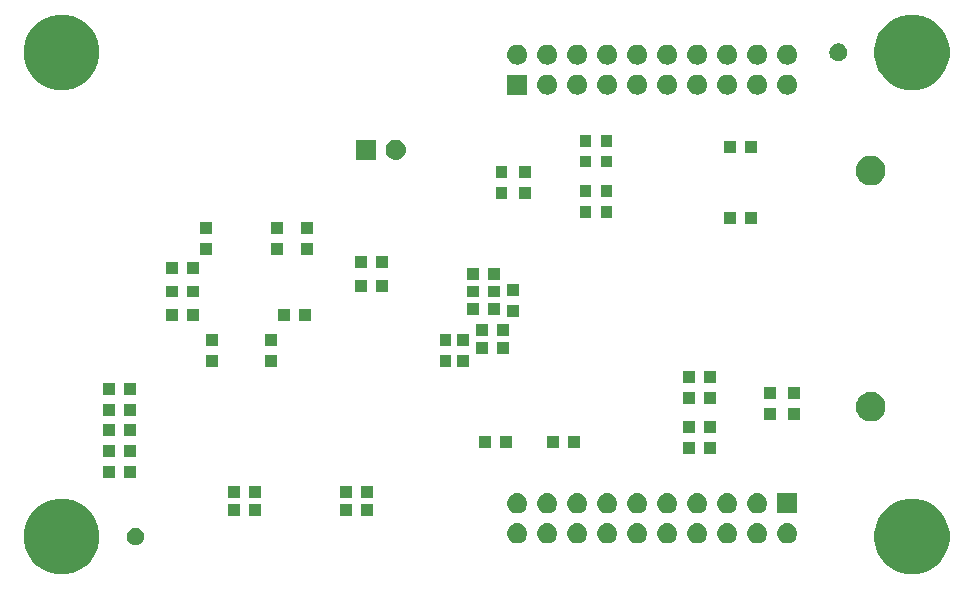
<source format=gbs>
G04 #@! TF.GenerationSoftware,KiCad,Pcbnew,5.0.0-rc1-44a33f2~62~ubuntu18.04.1*
G04 #@! TF.CreationDate,2018-04-18T04:45:04+00:00*
G04 #@! TF.ProjectId,glasgow,676C6173676F772E6B696361645F7063,rev?*
G04 #@! TF.SameCoordinates,Original*
G04 #@! TF.FileFunction,Soldermask,Bot*
G04 #@! TF.FilePolarity,Negative*
%FSLAX46Y46*%
G04 Gerber Fmt 4.6, Leading zero omitted, Abs format (unit mm)*
G04 Created by KiCad (PCBNEW 5.0.0-rc1-44a33f2~62~ubuntu18.04.1) date Wed Apr 18 04:45:04 2018*
%MOMM*%
%LPD*%
G01*
G04 APERTURE LIST*
%ADD10C,0.100000*%
G04 APERTURE END LIST*
D10*
G36*
X126933402Y-112922974D02*
X126933404Y-112922975D01*
X126933405Y-112922975D01*
X127175783Y-113023371D01*
X127515770Y-113164198D01*
X128039880Y-113514397D01*
X128485603Y-113960120D01*
X128835802Y-114484230D01*
X129077026Y-115066598D01*
X129200000Y-115684825D01*
X129200000Y-116315175D01*
X129077026Y-116933402D01*
X128835802Y-117515770D01*
X128485603Y-118039880D01*
X128039880Y-118485603D01*
X127515770Y-118835802D01*
X127515769Y-118835803D01*
X127515768Y-118835803D01*
X126933405Y-119077025D01*
X126933404Y-119077025D01*
X126933402Y-119077026D01*
X126315175Y-119200000D01*
X125684825Y-119200000D01*
X125066598Y-119077026D01*
X125066596Y-119077025D01*
X125066595Y-119077025D01*
X124484232Y-118835803D01*
X124484231Y-118835803D01*
X124484230Y-118835802D01*
X123960120Y-118485603D01*
X123514397Y-118039880D01*
X123164198Y-117515770D01*
X122922974Y-116933402D01*
X122800000Y-116315175D01*
X122800000Y-115684825D01*
X122922974Y-115066598D01*
X123164198Y-114484230D01*
X123514397Y-113960120D01*
X123960120Y-113514397D01*
X124484230Y-113164198D01*
X124824217Y-113023371D01*
X125066595Y-112922975D01*
X125066596Y-112922975D01*
X125066598Y-112922974D01*
X125684825Y-112800000D01*
X126315175Y-112800000D01*
X126933402Y-112922974D01*
X126933402Y-112922974D01*
G37*
G36*
X54933402Y-112922974D02*
X54933404Y-112922975D01*
X54933405Y-112922975D01*
X55175783Y-113023371D01*
X55515770Y-113164198D01*
X56039880Y-113514397D01*
X56485603Y-113960120D01*
X56835802Y-114484230D01*
X57077026Y-115066598D01*
X57200000Y-115684825D01*
X57200000Y-116315175D01*
X57077026Y-116933402D01*
X56835802Y-117515770D01*
X56485603Y-118039880D01*
X56039880Y-118485603D01*
X55515770Y-118835802D01*
X55515769Y-118835803D01*
X55515768Y-118835803D01*
X54933405Y-119077025D01*
X54933404Y-119077025D01*
X54933402Y-119077026D01*
X54315175Y-119200000D01*
X53684825Y-119200000D01*
X53066598Y-119077026D01*
X53066596Y-119077025D01*
X53066595Y-119077025D01*
X52484232Y-118835803D01*
X52484231Y-118835803D01*
X52484230Y-118835802D01*
X51960120Y-118485603D01*
X51514397Y-118039880D01*
X51164198Y-117515770D01*
X50922974Y-116933402D01*
X50800000Y-116315175D01*
X50800000Y-115684825D01*
X50922974Y-115066598D01*
X51164198Y-114484230D01*
X51514397Y-113960120D01*
X51960120Y-113514397D01*
X52484230Y-113164198D01*
X52824217Y-113023371D01*
X53066595Y-112922975D01*
X53066596Y-112922975D01*
X53066598Y-112922974D01*
X53684825Y-112800000D01*
X54315175Y-112800000D01*
X54933402Y-112922974D01*
X54933402Y-112922974D01*
G37*
G36*
X60468763Y-115278821D02*
X60468764Y-115278821D01*
X60468767Y-115278822D01*
X60605258Y-115335359D01*
X60605260Y-115335360D01*
X60728096Y-115417436D01*
X60832563Y-115521903D01*
X60914641Y-115644742D01*
X60971178Y-115781233D01*
X61000000Y-115926131D01*
X61000000Y-116073869D01*
X60971178Y-116218767D01*
X60931245Y-116315172D01*
X60914640Y-116355260D01*
X60832564Y-116478096D01*
X60728096Y-116582564D01*
X60605260Y-116664640D01*
X60605259Y-116664641D01*
X60605258Y-116664641D01*
X60468767Y-116721178D01*
X60468764Y-116721179D01*
X60468763Y-116721179D01*
X60323871Y-116750000D01*
X60176129Y-116750000D01*
X60031237Y-116721179D01*
X60031236Y-116721179D01*
X60031233Y-116721178D01*
X59894742Y-116664641D01*
X59894741Y-116664641D01*
X59894740Y-116664640D01*
X59771904Y-116582564D01*
X59667436Y-116478096D01*
X59585360Y-116355260D01*
X59568755Y-116315172D01*
X59528822Y-116218767D01*
X59500000Y-116073869D01*
X59500000Y-115926131D01*
X59528822Y-115781233D01*
X59585359Y-115644742D01*
X59667437Y-115521903D01*
X59771904Y-115417436D01*
X59894740Y-115335360D01*
X59894742Y-115335359D01*
X60031233Y-115278822D01*
X60031236Y-115278821D01*
X60031237Y-115278821D01*
X60176129Y-115250000D01*
X60323871Y-115250000D01*
X60468763Y-115278821D01*
X60468763Y-115278821D01*
G37*
G36*
X105436629Y-114892299D02*
X105596855Y-114940903D01*
X105744519Y-115019830D01*
X105873948Y-115126052D01*
X105980170Y-115255481D01*
X106059097Y-115403145D01*
X106107701Y-115563371D01*
X106124113Y-115730000D01*
X106107701Y-115896629D01*
X106059097Y-116056855D01*
X105980170Y-116204519D01*
X105873948Y-116333948D01*
X105744519Y-116440170D01*
X105596855Y-116519097D01*
X105436629Y-116567701D01*
X105311756Y-116580000D01*
X105228244Y-116580000D01*
X105103371Y-116567701D01*
X104943145Y-116519097D01*
X104795481Y-116440170D01*
X104666052Y-116333948D01*
X104559830Y-116204519D01*
X104480903Y-116056855D01*
X104432299Y-115896629D01*
X104415887Y-115730000D01*
X104432299Y-115563371D01*
X104480903Y-115403145D01*
X104559830Y-115255481D01*
X104666052Y-115126052D01*
X104795481Y-115019830D01*
X104943145Y-114940903D01*
X105103371Y-114892299D01*
X105228244Y-114880000D01*
X105311756Y-114880000D01*
X105436629Y-114892299D01*
X105436629Y-114892299D01*
G37*
G36*
X115596629Y-114892299D02*
X115756855Y-114940903D01*
X115904519Y-115019830D01*
X116033948Y-115126052D01*
X116140170Y-115255481D01*
X116219097Y-115403145D01*
X116267701Y-115563371D01*
X116284113Y-115730000D01*
X116267701Y-115896629D01*
X116219097Y-116056855D01*
X116140170Y-116204519D01*
X116033948Y-116333948D01*
X115904519Y-116440170D01*
X115756855Y-116519097D01*
X115596629Y-116567701D01*
X115471756Y-116580000D01*
X115388244Y-116580000D01*
X115263371Y-116567701D01*
X115103145Y-116519097D01*
X114955481Y-116440170D01*
X114826052Y-116333948D01*
X114719830Y-116204519D01*
X114640903Y-116056855D01*
X114592299Y-115896629D01*
X114575887Y-115730000D01*
X114592299Y-115563371D01*
X114640903Y-115403145D01*
X114719830Y-115255481D01*
X114826052Y-115126052D01*
X114955481Y-115019830D01*
X115103145Y-114940903D01*
X115263371Y-114892299D01*
X115388244Y-114880000D01*
X115471756Y-114880000D01*
X115596629Y-114892299D01*
X115596629Y-114892299D01*
G37*
G36*
X107976629Y-114892299D02*
X108136855Y-114940903D01*
X108284519Y-115019830D01*
X108413948Y-115126052D01*
X108520170Y-115255481D01*
X108599097Y-115403145D01*
X108647701Y-115563371D01*
X108664113Y-115730000D01*
X108647701Y-115896629D01*
X108599097Y-116056855D01*
X108520170Y-116204519D01*
X108413948Y-116333948D01*
X108284519Y-116440170D01*
X108136855Y-116519097D01*
X107976629Y-116567701D01*
X107851756Y-116580000D01*
X107768244Y-116580000D01*
X107643371Y-116567701D01*
X107483145Y-116519097D01*
X107335481Y-116440170D01*
X107206052Y-116333948D01*
X107099830Y-116204519D01*
X107020903Y-116056855D01*
X106972299Y-115896629D01*
X106955887Y-115730000D01*
X106972299Y-115563371D01*
X107020903Y-115403145D01*
X107099830Y-115255481D01*
X107206052Y-115126052D01*
X107335481Y-115019830D01*
X107483145Y-114940903D01*
X107643371Y-114892299D01*
X107768244Y-114880000D01*
X107851756Y-114880000D01*
X107976629Y-114892299D01*
X107976629Y-114892299D01*
G37*
G36*
X102896629Y-114892299D02*
X103056855Y-114940903D01*
X103204519Y-115019830D01*
X103333948Y-115126052D01*
X103440170Y-115255481D01*
X103519097Y-115403145D01*
X103567701Y-115563371D01*
X103584113Y-115730000D01*
X103567701Y-115896629D01*
X103519097Y-116056855D01*
X103440170Y-116204519D01*
X103333948Y-116333948D01*
X103204519Y-116440170D01*
X103056855Y-116519097D01*
X102896629Y-116567701D01*
X102771756Y-116580000D01*
X102688244Y-116580000D01*
X102563371Y-116567701D01*
X102403145Y-116519097D01*
X102255481Y-116440170D01*
X102126052Y-116333948D01*
X102019830Y-116204519D01*
X101940903Y-116056855D01*
X101892299Y-115896629D01*
X101875887Y-115730000D01*
X101892299Y-115563371D01*
X101940903Y-115403145D01*
X102019830Y-115255481D01*
X102126052Y-115126052D01*
X102255481Y-115019830D01*
X102403145Y-114940903D01*
X102563371Y-114892299D01*
X102688244Y-114880000D01*
X102771756Y-114880000D01*
X102896629Y-114892299D01*
X102896629Y-114892299D01*
G37*
G36*
X100356629Y-114892299D02*
X100516855Y-114940903D01*
X100664519Y-115019830D01*
X100793948Y-115126052D01*
X100900170Y-115255481D01*
X100979097Y-115403145D01*
X101027701Y-115563371D01*
X101044113Y-115730000D01*
X101027701Y-115896629D01*
X100979097Y-116056855D01*
X100900170Y-116204519D01*
X100793948Y-116333948D01*
X100664519Y-116440170D01*
X100516855Y-116519097D01*
X100356629Y-116567701D01*
X100231756Y-116580000D01*
X100148244Y-116580000D01*
X100023371Y-116567701D01*
X99863145Y-116519097D01*
X99715481Y-116440170D01*
X99586052Y-116333948D01*
X99479830Y-116204519D01*
X99400903Y-116056855D01*
X99352299Y-115896629D01*
X99335887Y-115730000D01*
X99352299Y-115563371D01*
X99400903Y-115403145D01*
X99479830Y-115255481D01*
X99586052Y-115126052D01*
X99715481Y-115019830D01*
X99863145Y-114940903D01*
X100023371Y-114892299D01*
X100148244Y-114880000D01*
X100231756Y-114880000D01*
X100356629Y-114892299D01*
X100356629Y-114892299D01*
G37*
G36*
X95276629Y-114892299D02*
X95436855Y-114940903D01*
X95584519Y-115019830D01*
X95713948Y-115126052D01*
X95820170Y-115255481D01*
X95899097Y-115403145D01*
X95947701Y-115563371D01*
X95964113Y-115730000D01*
X95947701Y-115896629D01*
X95899097Y-116056855D01*
X95820170Y-116204519D01*
X95713948Y-116333948D01*
X95584519Y-116440170D01*
X95436855Y-116519097D01*
X95276629Y-116567701D01*
X95151756Y-116580000D01*
X95068244Y-116580000D01*
X94943371Y-116567701D01*
X94783145Y-116519097D01*
X94635481Y-116440170D01*
X94506052Y-116333948D01*
X94399830Y-116204519D01*
X94320903Y-116056855D01*
X94272299Y-115896629D01*
X94255887Y-115730000D01*
X94272299Y-115563371D01*
X94320903Y-115403145D01*
X94399830Y-115255481D01*
X94506052Y-115126052D01*
X94635481Y-115019830D01*
X94783145Y-114940903D01*
X94943371Y-114892299D01*
X95068244Y-114880000D01*
X95151756Y-114880000D01*
X95276629Y-114892299D01*
X95276629Y-114892299D01*
G37*
G36*
X92736629Y-114892299D02*
X92896855Y-114940903D01*
X93044519Y-115019830D01*
X93173948Y-115126052D01*
X93280170Y-115255481D01*
X93359097Y-115403145D01*
X93407701Y-115563371D01*
X93424113Y-115730000D01*
X93407701Y-115896629D01*
X93359097Y-116056855D01*
X93280170Y-116204519D01*
X93173948Y-116333948D01*
X93044519Y-116440170D01*
X92896855Y-116519097D01*
X92736629Y-116567701D01*
X92611756Y-116580000D01*
X92528244Y-116580000D01*
X92403371Y-116567701D01*
X92243145Y-116519097D01*
X92095481Y-116440170D01*
X91966052Y-116333948D01*
X91859830Y-116204519D01*
X91780903Y-116056855D01*
X91732299Y-115896629D01*
X91715887Y-115730000D01*
X91732299Y-115563371D01*
X91780903Y-115403145D01*
X91859830Y-115255481D01*
X91966052Y-115126052D01*
X92095481Y-115019830D01*
X92243145Y-114940903D01*
X92403371Y-114892299D01*
X92528244Y-114880000D01*
X92611756Y-114880000D01*
X92736629Y-114892299D01*
X92736629Y-114892299D01*
G37*
G36*
X110516629Y-114892299D02*
X110676855Y-114940903D01*
X110824519Y-115019830D01*
X110953948Y-115126052D01*
X111060170Y-115255481D01*
X111139097Y-115403145D01*
X111187701Y-115563371D01*
X111204113Y-115730000D01*
X111187701Y-115896629D01*
X111139097Y-116056855D01*
X111060170Y-116204519D01*
X110953948Y-116333948D01*
X110824519Y-116440170D01*
X110676855Y-116519097D01*
X110516629Y-116567701D01*
X110391756Y-116580000D01*
X110308244Y-116580000D01*
X110183371Y-116567701D01*
X110023145Y-116519097D01*
X109875481Y-116440170D01*
X109746052Y-116333948D01*
X109639830Y-116204519D01*
X109560903Y-116056855D01*
X109512299Y-115896629D01*
X109495887Y-115730000D01*
X109512299Y-115563371D01*
X109560903Y-115403145D01*
X109639830Y-115255481D01*
X109746052Y-115126052D01*
X109875481Y-115019830D01*
X110023145Y-114940903D01*
X110183371Y-114892299D01*
X110308244Y-114880000D01*
X110391756Y-114880000D01*
X110516629Y-114892299D01*
X110516629Y-114892299D01*
G37*
G36*
X113056629Y-114892299D02*
X113216855Y-114940903D01*
X113364519Y-115019830D01*
X113493948Y-115126052D01*
X113600170Y-115255481D01*
X113679097Y-115403145D01*
X113727701Y-115563371D01*
X113744113Y-115730000D01*
X113727701Y-115896629D01*
X113679097Y-116056855D01*
X113600170Y-116204519D01*
X113493948Y-116333948D01*
X113364519Y-116440170D01*
X113216855Y-116519097D01*
X113056629Y-116567701D01*
X112931756Y-116580000D01*
X112848244Y-116580000D01*
X112723371Y-116567701D01*
X112563145Y-116519097D01*
X112415481Y-116440170D01*
X112286052Y-116333948D01*
X112179830Y-116204519D01*
X112100903Y-116056855D01*
X112052299Y-115896629D01*
X112035887Y-115730000D01*
X112052299Y-115563371D01*
X112100903Y-115403145D01*
X112179830Y-115255481D01*
X112286052Y-115126052D01*
X112415481Y-115019830D01*
X112563145Y-114940903D01*
X112723371Y-114892299D01*
X112848244Y-114880000D01*
X112931756Y-114880000D01*
X113056629Y-114892299D01*
X113056629Y-114892299D01*
G37*
G36*
X97816629Y-114892299D02*
X97976855Y-114940903D01*
X98124519Y-115019830D01*
X98253948Y-115126052D01*
X98360170Y-115255481D01*
X98439097Y-115403145D01*
X98487701Y-115563371D01*
X98504113Y-115730000D01*
X98487701Y-115896629D01*
X98439097Y-116056855D01*
X98360170Y-116204519D01*
X98253948Y-116333948D01*
X98124519Y-116440170D01*
X97976855Y-116519097D01*
X97816629Y-116567701D01*
X97691756Y-116580000D01*
X97608244Y-116580000D01*
X97483371Y-116567701D01*
X97323145Y-116519097D01*
X97175481Y-116440170D01*
X97046052Y-116333948D01*
X96939830Y-116204519D01*
X96860903Y-116056855D01*
X96812299Y-115896629D01*
X96795887Y-115730000D01*
X96812299Y-115563371D01*
X96860903Y-115403145D01*
X96939830Y-115255481D01*
X97046052Y-115126052D01*
X97175481Y-115019830D01*
X97323145Y-114940903D01*
X97483371Y-114892299D01*
X97608244Y-114880000D01*
X97691756Y-114880000D01*
X97816629Y-114892299D01*
X97816629Y-114892299D01*
G37*
G36*
X69110000Y-114250000D02*
X68115000Y-114250000D01*
X68115000Y-113250000D01*
X69110000Y-113250000D01*
X69110000Y-114250000D01*
X69110000Y-114250000D01*
G37*
G36*
X70885000Y-114250000D02*
X69890000Y-114250000D01*
X69890000Y-113250000D01*
X70885000Y-113250000D01*
X70885000Y-114250000D01*
X70885000Y-114250000D01*
G37*
G36*
X78610000Y-114250000D02*
X77615000Y-114250000D01*
X77615000Y-113250000D01*
X78610000Y-113250000D01*
X78610000Y-114250000D01*
X78610000Y-114250000D01*
G37*
G36*
X80385000Y-114250000D02*
X79390000Y-114250000D01*
X79390000Y-113250000D01*
X80385000Y-113250000D01*
X80385000Y-114250000D01*
X80385000Y-114250000D01*
G37*
G36*
X102896629Y-112352299D02*
X103056855Y-112400903D01*
X103204519Y-112479830D01*
X103333948Y-112586052D01*
X103440170Y-112715481D01*
X103519097Y-112863145D01*
X103567701Y-113023371D01*
X103584113Y-113190000D01*
X103567701Y-113356629D01*
X103519097Y-113516855D01*
X103440170Y-113664519D01*
X103333948Y-113793948D01*
X103204519Y-113900170D01*
X103056855Y-113979097D01*
X102896629Y-114027701D01*
X102771756Y-114040000D01*
X102688244Y-114040000D01*
X102563371Y-114027701D01*
X102403145Y-113979097D01*
X102255481Y-113900170D01*
X102126052Y-113793948D01*
X102019830Y-113664519D01*
X101940903Y-113516855D01*
X101892299Y-113356629D01*
X101875887Y-113190000D01*
X101892299Y-113023371D01*
X101940903Y-112863145D01*
X102019830Y-112715481D01*
X102126052Y-112586052D01*
X102255481Y-112479830D01*
X102403145Y-112400903D01*
X102563371Y-112352299D01*
X102688244Y-112340000D01*
X102771756Y-112340000D01*
X102896629Y-112352299D01*
X102896629Y-112352299D01*
G37*
G36*
X92736629Y-112352299D02*
X92896855Y-112400903D01*
X93044519Y-112479830D01*
X93173948Y-112586052D01*
X93280170Y-112715481D01*
X93359097Y-112863145D01*
X93407701Y-113023371D01*
X93424113Y-113190000D01*
X93407701Y-113356629D01*
X93359097Y-113516855D01*
X93280170Y-113664519D01*
X93173948Y-113793948D01*
X93044519Y-113900170D01*
X92896855Y-113979097D01*
X92736629Y-114027701D01*
X92611756Y-114040000D01*
X92528244Y-114040000D01*
X92403371Y-114027701D01*
X92243145Y-113979097D01*
X92095481Y-113900170D01*
X91966052Y-113793948D01*
X91859830Y-113664519D01*
X91780903Y-113516855D01*
X91732299Y-113356629D01*
X91715887Y-113190000D01*
X91732299Y-113023371D01*
X91780903Y-112863145D01*
X91859830Y-112715481D01*
X91966052Y-112586052D01*
X92095481Y-112479830D01*
X92243145Y-112400903D01*
X92403371Y-112352299D01*
X92528244Y-112340000D01*
X92611756Y-112340000D01*
X92736629Y-112352299D01*
X92736629Y-112352299D01*
G37*
G36*
X95276629Y-112352299D02*
X95436855Y-112400903D01*
X95584519Y-112479830D01*
X95713948Y-112586052D01*
X95820170Y-112715481D01*
X95899097Y-112863145D01*
X95947701Y-113023371D01*
X95964113Y-113190000D01*
X95947701Y-113356629D01*
X95899097Y-113516855D01*
X95820170Y-113664519D01*
X95713948Y-113793948D01*
X95584519Y-113900170D01*
X95436855Y-113979097D01*
X95276629Y-114027701D01*
X95151756Y-114040000D01*
X95068244Y-114040000D01*
X94943371Y-114027701D01*
X94783145Y-113979097D01*
X94635481Y-113900170D01*
X94506052Y-113793948D01*
X94399830Y-113664519D01*
X94320903Y-113516855D01*
X94272299Y-113356629D01*
X94255887Y-113190000D01*
X94272299Y-113023371D01*
X94320903Y-112863145D01*
X94399830Y-112715481D01*
X94506052Y-112586052D01*
X94635481Y-112479830D01*
X94783145Y-112400903D01*
X94943371Y-112352299D01*
X95068244Y-112340000D01*
X95151756Y-112340000D01*
X95276629Y-112352299D01*
X95276629Y-112352299D01*
G37*
G36*
X97816629Y-112352299D02*
X97976855Y-112400903D01*
X98124519Y-112479830D01*
X98253948Y-112586052D01*
X98360170Y-112715481D01*
X98439097Y-112863145D01*
X98487701Y-113023371D01*
X98504113Y-113190000D01*
X98487701Y-113356629D01*
X98439097Y-113516855D01*
X98360170Y-113664519D01*
X98253948Y-113793948D01*
X98124519Y-113900170D01*
X97976855Y-113979097D01*
X97816629Y-114027701D01*
X97691756Y-114040000D01*
X97608244Y-114040000D01*
X97483371Y-114027701D01*
X97323145Y-113979097D01*
X97175481Y-113900170D01*
X97046052Y-113793948D01*
X96939830Y-113664519D01*
X96860903Y-113516855D01*
X96812299Y-113356629D01*
X96795887Y-113190000D01*
X96812299Y-113023371D01*
X96860903Y-112863145D01*
X96939830Y-112715481D01*
X97046052Y-112586052D01*
X97175481Y-112479830D01*
X97323145Y-112400903D01*
X97483371Y-112352299D01*
X97608244Y-112340000D01*
X97691756Y-112340000D01*
X97816629Y-112352299D01*
X97816629Y-112352299D01*
G37*
G36*
X100356629Y-112352299D02*
X100516855Y-112400903D01*
X100664519Y-112479830D01*
X100793948Y-112586052D01*
X100900170Y-112715481D01*
X100979097Y-112863145D01*
X101027701Y-113023371D01*
X101044113Y-113190000D01*
X101027701Y-113356629D01*
X100979097Y-113516855D01*
X100900170Y-113664519D01*
X100793948Y-113793948D01*
X100664519Y-113900170D01*
X100516855Y-113979097D01*
X100356629Y-114027701D01*
X100231756Y-114040000D01*
X100148244Y-114040000D01*
X100023371Y-114027701D01*
X99863145Y-113979097D01*
X99715481Y-113900170D01*
X99586052Y-113793948D01*
X99479830Y-113664519D01*
X99400903Y-113516855D01*
X99352299Y-113356629D01*
X99335887Y-113190000D01*
X99352299Y-113023371D01*
X99400903Y-112863145D01*
X99479830Y-112715481D01*
X99586052Y-112586052D01*
X99715481Y-112479830D01*
X99863145Y-112400903D01*
X100023371Y-112352299D01*
X100148244Y-112340000D01*
X100231756Y-112340000D01*
X100356629Y-112352299D01*
X100356629Y-112352299D01*
G37*
G36*
X107976629Y-112352299D02*
X108136855Y-112400903D01*
X108284519Y-112479830D01*
X108413948Y-112586052D01*
X108520170Y-112715481D01*
X108599097Y-112863145D01*
X108647701Y-113023371D01*
X108664113Y-113190000D01*
X108647701Y-113356629D01*
X108599097Y-113516855D01*
X108520170Y-113664519D01*
X108413948Y-113793948D01*
X108284519Y-113900170D01*
X108136855Y-113979097D01*
X107976629Y-114027701D01*
X107851756Y-114040000D01*
X107768244Y-114040000D01*
X107643371Y-114027701D01*
X107483145Y-113979097D01*
X107335481Y-113900170D01*
X107206052Y-113793948D01*
X107099830Y-113664519D01*
X107020903Y-113516855D01*
X106972299Y-113356629D01*
X106955887Y-113190000D01*
X106972299Y-113023371D01*
X107020903Y-112863145D01*
X107099830Y-112715481D01*
X107206052Y-112586052D01*
X107335481Y-112479830D01*
X107483145Y-112400903D01*
X107643371Y-112352299D01*
X107768244Y-112340000D01*
X107851756Y-112340000D01*
X107976629Y-112352299D01*
X107976629Y-112352299D01*
G37*
G36*
X110516629Y-112352299D02*
X110676855Y-112400903D01*
X110824519Y-112479830D01*
X110953948Y-112586052D01*
X111060170Y-112715481D01*
X111139097Y-112863145D01*
X111187701Y-113023371D01*
X111204113Y-113190000D01*
X111187701Y-113356629D01*
X111139097Y-113516855D01*
X111060170Y-113664519D01*
X110953948Y-113793948D01*
X110824519Y-113900170D01*
X110676855Y-113979097D01*
X110516629Y-114027701D01*
X110391756Y-114040000D01*
X110308244Y-114040000D01*
X110183371Y-114027701D01*
X110023145Y-113979097D01*
X109875481Y-113900170D01*
X109746052Y-113793948D01*
X109639830Y-113664519D01*
X109560903Y-113516855D01*
X109512299Y-113356629D01*
X109495887Y-113190000D01*
X109512299Y-113023371D01*
X109560903Y-112863145D01*
X109639830Y-112715481D01*
X109746052Y-112586052D01*
X109875481Y-112479830D01*
X110023145Y-112400903D01*
X110183371Y-112352299D01*
X110308244Y-112340000D01*
X110391756Y-112340000D01*
X110516629Y-112352299D01*
X110516629Y-112352299D01*
G37*
G36*
X113056629Y-112352299D02*
X113216855Y-112400903D01*
X113364519Y-112479830D01*
X113493948Y-112586052D01*
X113600170Y-112715481D01*
X113679097Y-112863145D01*
X113727701Y-113023371D01*
X113744113Y-113190000D01*
X113727701Y-113356629D01*
X113679097Y-113516855D01*
X113600170Y-113664519D01*
X113493948Y-113793948D01*
X113364519Y-113900170D01*
X113216855Y-113979097D01*
X113056629Y-114027701D01*
X112931756Y-114040000D01*
X112848244Y-114040000D01*
X112723371Y-114027701D01*
X112563145Y-113979097D01*
X112415481Y-113900170D01*
X112286052Y-113793948D01*
X112179830Y-113664519D01*
X112100903Y-113516855D01*
X112052299Y-113356629D01*
X112035887Y-113190000D01*
X112052299Y-113023371D01*
X112100903Y-112863145D01*
X112179830Y-112715481D01*
X112286052Y-112586052D01*
X112415481Y-112479830D01*
X112563145Y-112400903D01*
X112723371Y-112352299D01*
X112848244Y-112340000D01*
X112931756Y-112340000D01*
X113056629Y-112352299D01*
X113056629Y-112352299D01*
G37*
G36*
X105436629Y-112352299D02*
X105596855Y-112400903D01*
X105744519Y-112479830D01*
X105873948Y-112586052D01*
X105980170Y-112715481D01*
X106059097Y-112863145D01*
X106107701Y-113023371D01*
X106124113Y-113190000D01*
X106107701Y-113356629D01*
X106059097Y-113516855D01*
X105980170Y-113664519D01*
X105873948Y-113793948D01*
X105744519Y-113900170D01*
X105596855Y-113979097D01*
X105436629Y-114027701D01*
X105311756Y-114040000D01*
X105228244Y-114040000D01*
X105103371Y-114027701D01*
X104943145Y-113979097D01*
X104795481Y-113900170D01*
X104666052Y-113793948D01*
X104559830Y-113664519D01*
X104480903Y-113516855D01*
X104432299Y-113356629D01*
X104415887Y-113190000D01*
X104432299Y-113023371D01*
X104480903Y-112863145D01*
X104559830Y-112715481D01*
X104666052Y-112586052D01*
X104795481Y-112479830D01*
X104943145Y-112400903D01*
X105103371Y-112352299D01*
X105228244Y-112340000D01*
X105311756Y-112340000D01*
X105436629Y-112352299D01*
X105436629Y-112352299D01*
G37*
G36*
X116280000Y-114040000D02*
X114580000Y-114040000D01*
X114580000Y-112340000D01*
X116280000Y-112340000D01*
X116280000Y-114040000D01*
X116280000Y-114040000D01*
G37*
G36*
X80385000Y-112750000D02*
X79390000Y-112750000D01*
X79390000Y-111750000D01*
X80385000Y-111750000D01*
X80385000Y-112750000D01*
X80385000Y-112750000D01*
G37*
G36*
X69110000Y-112750000D02*
X68115000Y-112750000D01*
X68115000Y-111750000D01*
X69110000Y-111750000D01*
X69110000Y-112750000D01*
X69110000Y-112750000D01*
G37*
G36*
X70885000Y-112750000D02*
X69890000Y-112750000D01*
X69890000Y-111750000D01*
X70885000Y-111750000D01*
X70885000Y-112750000D01*
X70885000Y-112750000D01*
G37*
G36*
X78610000Y-112750000D02*
X77615000Y-112750000D01*
X77615000Y-111750000D01*
X78610000Y-111750000D01*
X78610000Y-112750000D01*
X78610000Y-112750000D01*
G37*
G36*
X60285000Y-111000000D02*
X59290000Y-111000000D01*
X59290000Y-110000000D01*
X60285000Y-110000000D01*
X60285000Y-111000000D01*
X60285000Y-111000000D01*
G37*
G36*
X58510000Y-111000000D02*
X57515000Y-111000000D01*
X57515000Y-110000000D01*
X58510000Y-110000000D01*
X58510000Y-111000000D01*
X58510000Y-111000000D01*
G37*
G36*
X60285000Y-109250000D02*
X59290000Y-109250000D01*
X59290000Y-108250000D01*
X60285000Y-108250000D01*
X60285000Y-109250000D01*
X60285000Y-109250000D01*
G37*
G36*
X58510000Y-109250000D02*
X57515000Y-109250000D01*
X57515000Y-108250000D01*
X58510000Y-108250000D01*
X58510000Y-109250000D01*
X58510000Y-109250000D01*
G37*
G36*
X107610000Y-109000000D02*
X106615000Y-109000000D01*
X106615000Y-108000000D01*
X107610000Y-108000000D01*
X107610000Y-109000000D01*
X107610000Y-109000000D01*
G37*
G36*
X109385000Y-109000000D02*
X108390000Y-109000000D01*
X108390000Y-108000000D01*
X109385000Y-108000000D01*
X109385000Y-109000000D01*
X109385000Y-109000000D01*
G37*
G36*
X97885000Y-108500000D02*
X96890000Y-108500000D01*
X96890000Y-107500000D01*
X97885000Y-107500000D01*
X97885000Y-108500000D01*
X97885000Y-108500000D01*
G37*
G36*
X96110000Y-108500000D02*
X95115000Y-108500000D01*
X95115000Y-107500000D01*
X96110000Y-107500000D01*
X96110000Y-108500000D01*
X96110000Y-108500000D01*
G37*
G36*
X92135000Y-108500000D02*
X91140000Y-108500000D01*
X91140000Y-107500000D01*
X92135000Y-107500000D01*
X92135000Y-108500000D01*
X92135000Y-108500000D01*
G37*
G36*
X90360000Y-108500000D02*
X89365000Y-108500000D01*
X89365000Y-107500000D01*
X90360000Y-107500000D01*
X90360000Y-108500000D01*
X90360000Y-108500000D01*
G37*
G36*
X58510000Y-107500000D02*
X57515000Y-107500000D01*
X57515000Y-106500000D01*
X58510000Y-106500000D01*
X58510000Y-107500000D01*
X58510000Y-107500000D01*
G37*
G36*
X60285000Y-107500000D02*
X59290000Y-107500000D01*
X59290000Y-106500000D01*
X60285000Y-106500000D01*
X60285000Y-107500000D01*
X60285000Y-107500000D01*
G37*
G36*
X107610000Y-107250000D02*
X106615000Y-107250000D01*
X106615000Y-106250000D01*
X107610000Y-106250000D01*
X107610000Y-107250000D01*
X107610000Y-107250000D01*
G37*
G36*
X109385000Y-107250000D02*
X108390000Y-107250000D01*
X108390000Y-106250000D01*
X109385000Y-106250000D01*
X109385000Y-107250000D01*
X109385000Y-107250000D01*
G37*
G36*
X122864608Y-103798036D02*
X122864610Y-103798037D01*
X122864611Y-103798037D01*
X123092097Y-103892265D01*
X123092099Y-103892266D01*
X123296827Y-104029061D01*
X123470939Y-104203173D01*
X123607734Y-104407901D01*
X123701964Y-104635392D01*
X123750000Y-104876884D01*
X123750000Y-105123116D01*
X123701964Y-105364608D01*
X123607734Y-105592099D01*
X123470939Y-105796827D01*
X123296827Y-105970939D01*
X123092099Y-106107734D01*
X123092098Y-106107735D01*
X123092097Y-106107735D01*
X122864611Y-106201963D01*
X122864610Y-106201963D01*
X122864608Y-106201964D01*
X122623116Y-106250000D01*
X122376884Y-106250000D01*
X122135392Y-106201964D01*
X122135390Y-106201963D01*
X122135389Y-106201963D01*
X121907903Y-106107735D01*
X121907902Y-106107735D01*
X121907901Y-106107734D01*
X121703173Y-105970939D01*
X121529061Y-105796827D01*
X121392266Y-105592099D01*
X121298036Y-105364608D01*
X121250000Y-105123116D01*
X121250000Y-104876884D01*
X121298036Y-104635392D01*
X121392266Y-104407901D01*
X121529061Y-104203173D01*
X121703173Y-104029061D01*
X121907901Y-103892266D01*
X121907903Y-103892265D01*
X122135389Y-103798037D01*
X122135390Y-103798037D01*
X122135392Y-103798036D01*
X122376884Y-103750000D01*
X122623116Y-103750000D01*
X122864608Y-103798036D01*
X122864608Y-103798036D01*
G37*
G36*
X114500000Y-106135000D02*
X113500000Y-106135000D01*
X113500000Y-105140000D01*
X114500000Y-105140000D01*
X114500000Y-106135000D01*
X114500000Y-106135000D01*
G37*
G36*
X116500000Y-106135000D02*
X115500000Y-106135000D01*
X115500000Y-105140000D01*
X116500000Y-105140000D01*
X116500000Y-106135000D01*
X116500000Y-106135000D01*
G37*
G36*
X60285000Y-105750000D02*
X59290000Y-105750000D01*
X59290000Y-104750000D01*
X60285000Y-104750000D01*
X60285000Y-105750000D01*
X60285000Y-105750000D01*
G37*
G36*
X58510000Y-105750000D02*
X57515000Y-105750000D01*
X57515000Y-104750000D01*
X58510000Y-104750000D01*
X58510000Y-105750000D01*
X58510000Y-105750000D01*
G37*
G36*
X109385000Y-104750000D02*
X108390000Y-104750000D01*
X108390000Y-103750000D01*
X109385000Y-103750000D01*
X109385000Y-104750000D01*
X109385000Y-104750000D01*
G37*
G36*
X107610000Y-104750000D02*
X106615000Y-104750000D01*
X106615000Y-103750000D01*
X107610000Y-103750000D01*
X107610000Y-104750000D01*
X107610000Y-104750000D01*
G37*
G36*
X116500000Y-104360000D02*
X115500000Y-104360000D01*
X115500000Y-103365000D01*
X116500000Y-103365000D01*
X116500000Y-104360000D01*
X116500000Y-104360000D01*
G37*
G36*
X114500000Y-104360000D02*
X113500000Y-104360000D01*
X113500000Y-103365000D01*
X114500000Y-103365000D01*
X114500000Y-104360000D01*
X114500000Y-104360000D01*
G37*
G36*
X58510000Y-104000000D02*
X57515000Y-104000000D01*
X57515000Y-103000000D01*
X58510000Y-103000000D01*
X58510000Y-104000000D01*
X58510000Y-104000000D01*
G37*
G36*
X60285000Y-104000000D02*
X59290000Y-104000000D01*
X59290000Y-103000000D01*
X60285000Y-103000000D01*
X60285000Y-104000000D01*
X60285000Y-104000000D01*
G37*
G36*
X107610000Y-103000000D02*
X106615000Y-103000000D01*
X106615000Y-102000000D01*
X107610000Y-102000000D01*
X107610000Y-103000000D01*
X107610000Y-103000000D01*
G37*
G36*
X109385000Y-103000000D02*
X108390000Y-103000000D01*
X108390000Y-102000000D01*
X109385000Y-102000000D01*
X109385000Y-103000000D01*
X109385000Y-103000000D01*
G37*
G36*
X88500000Y-101635000D02*
X87500000Y-101635000D01*
X87500000Y-100640000D01*
X88500000Y-100640000D01*
X88500000Y-101635000D01*
X88500000Y-101635000D01*
G37*
G36*
X87000000Y-101635000D02*
X86000000Y-101635000D01*
X86000000Y-100640000D01*
X87000000Y-100640000D01*
X87000000Y-101635000D01*
X87000000Y-101635000D01*
G37*
G36*
X72250000Y-101635000D02*
X71250000Y-101635000D01*
X71250000Y-100640000D01*
X72250000Y-100640000D01*
X72250000Y-101635000D01*
X72250000Y-101635000D01*
G37*
G36*
X67250000Y-101635000D02*
X66250000Y-101635000D01*
X66250000Y-100640000D01*
X67250000Y-100640000D01*
X67250000Y-101635000D01*
X67250000Y-101635000D01*
G37*
G36*
X91885000Y-100500000D02*
X90890000Y-100500000D01*
X90890000Y-99500000D01*
X91885000Y-99500000D01*
X91885000Y-100500000D01*
X91885000Y-100500000D01*
G37*
G36*
X90110000Y-100500000D02*
X89115000Y-100500000D01*
X89115000Y-99500000D01*
X90110000Y-99500000D01*
X90110000Y-100500000D01*
X90110000Y-100500000D01*
G37*
G36*
X72250000Y-99860000D02*
X71250000Y-99860000D01*
X71250000Y-98865000D01*
X72250000Y-98865000D01*
X72250000Y-99860000D01*
X72250000Y-99860000D01*
G37*
G36*
X87000000Y-99860000D02*
X86000000Y-99860000D01*
X86000000Y-98865000D01*
X87000000Y-98865000D01*
X87000000Y-99860000D01*
X87000000Y-99860000D01*
G37*
G36*
X67250000Y-99860000D02*
X66250000Y-99860000D01*
X66250000Y-98865000D01*
X67250000Y-98865000D01*
X67250000Y-99860000D01*
X67250000Y-99860000D01*
G37*
G36*
X88500000Y-99860000D02*
X87500000Y-99860000D01*
X87500000Y-98865000D01*
X88500000Y-98865000D01*
X88500000Y-99860000D01*
X88500000Y-99860000D01*
G37*
G36*
X90110000Y-99000000D02*
X89115000Y-99000000D01*
X89115000Y-98000000D01*
X90110000Y-98000000D01*
X90110000Y-99000000D01*
X90110000Y-99000000D01*
G37*
G36*
X91885000Y-99000000D02*
X90890000Y-99000000D01*
X90890000Y-98000000D01*
X91885000Y-98000000D01*
X91885000Y-99000000D01*
X91885000Y-99000000D01*
G37*
G36*
X75135000Y-97750000D02*
X74140000Y-97750000D01*
X74140000Y-96750000D01*
X75135000Y-96750000D01*
X75135000Y-97750000D01*
X75135000Y-97750000D01*
G37*
G36*
X73360000Y-97750000D02*
X72365000Y-97750000D01*
X72365000Y-96750000D01*
X73360000Y-96750000D01*
X73360000Y-97750000D01*
X73360000Y-97750000D01*
G37*
G36*
X63860000Y-97750000D02*
X62865000Y-97750000D01*
X62865000Y-96750000D01*
X63860000Y-96750000D01*
X63860000Y-97750000D01*
X63860000Y-97750000D01*
G37*
G36*
X65635000Y-97750000D02*
X64640000Y-97750000D01*
X64640000Y-96750000D01*
X65635000Y-96750000D01*
X65635000Y-97750000D01*
X65635000Y-97750000D01*
G37*
G36*
X92750000Y-97385000D02*
X91750000Y-97385000D01*
X91750000Y-96390000D01*
X92750000Y-96390000D01*
X92750000Y-97385000D01*
X92750000Y-97385000D01*
G37*
G36*
X89360000Y-97250000D02*
X88365000Y-97250000D01*
X88365000Y-96250000D01*
X89360000Y-96250000D01*
X89360000Y-97250000D01*
X89360000Y-97250000D01*
G37*
G36*
X91135000Y-97250000D02*
X90140000Y-97250000D01*
X90140000Y-96250000D01*
X91135000Y-96250000D01*
X91135000Y-97250000D01*
X91135000Y-97250000D01*
G37*
G36*
X65635000Y-95750000D02*
X64640000Y-95750000D01*
X64640000Y-94750000D01*
X65635000Y-94750000D01*
X65635000Y-95750000D01*
X65635000Y-95750000D01*
G37*
G36*
X63860000Y-95750000D02*
X62865000Y-95750000D01*
X62865000Y-94750000D01*
X63860000Y-94750000D01*
X63860000Y-95750000D01*
X63860000Y-95750000D01*
G37*
G36*
X89360000Y-95750000D02*
X88365000Y-95750000D01*
X88365000Y-94750000D01*
X89360000Y-94750000D01*
X89360000Y-95750000D01*
X89360000Y-95750000D01*
G37*
G36*
X91135000Y-95750000D02*
X90140000Y-95750000D01*
X90140000Y-94750000D01*
X91135000Y-94750000D01*
X91135000Y-95750000D01*
X91135000Y-95750000D01*
G37*
G36*
X92750000Y-95610000D02*
X91750000Y-95610000D01*
X91750000Y-94615000D01*
X92750000Y-94615000D01*
X92750000Y-95610000D01*
X92750000Y-95610000D01*
G37*
G36*
X79860000Y-95250000D02*
X78865000Y-95250000D01*
X78865000Y-94250000D01*
X79860000Y-94250000D01*
X79860000Y-95250000D01*
X79860000Y-95250000D01*
G37*
G36*
X81635000Y-95250000D02*
X80640000Y-95250000D01*
X80640000Y-94250000D01*
X81635000Y-94250000D01*
X81635000Y-95250000D01*
X81635000Y-95250000D01*
G37*
G36*
X89360000Y-94250000D02*
X88365000Y-94250000D01*
X88365000Y-93250000D01*
X89360000Y-93250000D01*
X89360000Y-94250000D01*
X89360000Y-94250000D01*
G37*
G36*
X91135000Y-94250000D02*
X90140000Y-94250000D01*
X90140000Y-93250000D01*
X91135000Y-93250000D01*
X91135000Y-94250000D01*
X91135000Y-94250000D01*
G37*
G36*
X63860000Y-93750000D02*
X62865000Y-93750000D01*
X62865000Y-92750000D01*
X63860000Y-92750000D01*
X63860000Y-93750000D01*
X63860000Y-93750000D01*
G37*
G36*
X65635000Y-93750000D02*
X64640000Y-93750000D01*
X64640000Y-92750000D01*
X65635000Y-92750000D01*
X65635000Y-93750000D01*
X65635000Y-93750000D01*
G37*
G36*
X81635000Y-93250000D02*
X80640000Y-93250000D01*
X80640000Y-92250000D01*
X81635000Y-92250000D01*
X81635000Y-93250000D01*
X81635000Y-93250000D01*
G37*
G36*
X79860000Y-93250000D02*
X78865000Y-93250000D01*
X78865000Y-92250000D01*
X79860000Y-92250000D01*
X79860000Y-93250000D01*
X79860000Y-93250000D01*
G37*
G36*
X66750000Y-92135000D02*
X65750000Y-92135000D01*
X65750000Y-91140000D01*
X66750000Y-91140000D01*
X66750000Y-92135000D01*
X66750000Y-92135000D01*
G37*
G36*
X72750000Y-92135000D02*
X71750000Y-92135000D01*
X71750000Y-91140000D01*
X72750000Y-91140000D01*
X72750000Y-92135000D01*
X72750000Y-92135000D01*
G37*
G36*
X75250000Y-92135000D02*
X74250000Y-92135000D01*
X74250000Y-91140000D01*
X75250000Y-91140000D01*
X75250000Y-92135000D01*
X75250000Y-92135000D01*
G37*
G36*
X75250000Y-90360000D02*
X74250000Y-90360000D01*
X74250000Y-89365000D01*
X75250000Y-89365000D01*
X75250000Y-90360000D01*
X75250000Y-90360000D01*
G37*
G36*
X72750000Y-90360000D02*
X71750000Y-90360000D01*
X71750000Y-89365000D01*
X72750000Y-89365000D01*
X72750000Y-90360000D01*
X72750000Y-90360000D01*
G37*
G36*
X66750000Y-90360000D02*
X65750000Y-90360000D01*
X65750000Y-89365000D01*
X66750000Y-89365000D01*
X66750000Y-90360000D01*
X66750000Y-90360000D01*
G37*
G36*
X112885000Y-89500000D02*
X111890000Y-89500000D01*
X111890000Y-88500000D01*
X112885000Y-88500000D01*
X112885000Y-89500000D01*
X112885000Y-89500000D01*
G37*
G36*
X111110000Y-89500000D02*
X110115000Y-89500000D01*
X110115000Y-88500000D01*
X111110000Y-88500000D01*
X111110000Y-89500000D01*
X111110000Y-89500000D01*
G37*
G36*
X100635000Y-89000000D02*
X99640000Y-89000000D01*
X99640000Y-88000000D01*
X100635000Y-88000000D01*
X100635000Y-89000000D01*
X100635000Y-89000000D01*
G37*
G36*
X98860000Y-89000000D02*
X97865000Y-89000000D01*
X97865000Y-88000000D01*
X98860000Y-88000000D01*
X98860000Y-89000000D01*
X98860000Y-89000000D01*
G37*
G36*
X93750000Y-87385000D02*
X92750000Y-87385000D01*
X92750000Y-86390000D01*
X93750000Y-86390000D01*
X93750000Y-87385000D01*
X93750000Y-87385000D01*
G37*
G36*
X91750000Y-87385000D02*
X90750000Y-87385000D01*
X90750000Y-86390000D01*
X91750000Y-86390000D01*
X91750000Y-87385000D01*
X91750000Y-87385000D01*
G37*
G36*
X98860000Y-87250000D02*
X97865000Y-87250000D01*
X97865000Y-86250000D01*
X98860000Y-86250000D01*
X98860000Y-87250000D01*
X98860000Y-87250000D01*
G37*
G36*
X100635000Y-87250000D02*
X99640000Y-87250000D01*
X99640000Y-86250000D01*
X100635000Y-86250000D01*
X100635000Y-87250000D01*
X100635000Y-87250000D01*
G37*
G36*
X122864608Y-83798036D02*
X122864610Y-83798037D01*
X122864611Y-83798037D01*
X123092097Y-83892265D01*
X123092099Y-83892266D01*
X123193721Y-83960168D01*
X123296828Y-84029062D01*
X123470938Y-84203172D01*
X123607735Y-84407903D01*
X123693518Y-84615000D01*
X123701964Y-84635392D01*
X123750000Y-84876884D01*
X123750000Y-85123116D01*
X123701964Y-85364608D01*
X123607734Y-85592099D01*
X123470939Y-85796827D01*
X123296827Y-85970939D01*
X123092099Y-86107734D01*
X123092098Y-86107735D01*
X123092097Y-86107735D01*
X122864611Y-86201963D01*
X122864610Y-86201963D01*
X122864608Y-86201964D01*
X122623116Y-86250000D01*
X122376884Y-86250000D01*
X122135392Y-86201964D01*
X122135390Y-86201963D01*
X122135389Y-86201963D01*
X121907903Y-86107735D01*
X121907902Y-86107735D01*
X121907901Y-86107734D01*
X121703173Y-85970939D01*
X121529061Y-85796827D01*
X121392266Y-85592099D01*
X121298036Y-85364608D01*
X121250000Y-85123116D01*
X121250000Y-84876884D01*
X121298036Y-84635392D01*
X121306483Y-84615000D01*
X121392265Y-84407903D01*
X121529062Y-84203172D01*
X121703172Y-84029062D01*
X121806279Y-83960168D01*
X121907901Y-83892266D01*
X121907903Y-83892265D01*
X122135389Y-83798037D01*
X122135390Y-83798037D01*
X122135392Y-83798036D01*
X122376884Y-83750000D01*
X122623116Y-83750000D01*
X122864608Y-83798036D01*
X122864608Y-83798036D01*
G37*
G36*
X93750000Y-85610000D02*
X92750000Y-85610000D01*
X92750000Y-84615000D01*
X93750000Y-84615000D01*
X93750000Y-85610000D01*
X93750000Y-85610000D01*
G37*
G36*
X91750000Y-85610000D02*
X90750000Y-85610000D01*
X90750000Y-84615000D01*
X91750000Y-84615000D01*
X91750000Y-85610000D01*
X91750000Y-85610000D01*
G37*
G36*
X100635000Y-84750000D02*
X99640000Y-84750000D01*
X99640000Y-83750000D01*
X100635000Y-83750000D01*
X100635000Y-84750000D01*
X100635000Y-84750000D01*
G37*
G36*
X98860000Y-84750000D02*
X97865000Y-84750000D01*
X97865000Y-83750000D01*
X98860000Y-83750000D01*
X98860000Y-84750000D01*
X98860000Y-84750000D01*
G37*
G36*
X80600000Y-84100000D02*
X78900000Y-84100000D01*
X78900000Y-82400000D01*
X80600000Y-82400000D01*
X80600000Y-84100000D01*
X80600000Y-84100000D01*
G37*
G36*
X82456629Y-82412299D02*
X82616855Y-82460903D01*
X82764519Y-82539830D01*
X82893948Y-82646052D01*
X83000170Y-82775481D01*
X83079097Y-82923145D01*
X83127701Y-83083371D01*
X83144113Y-83250000D01*
X83127701Y-83416629D01*
X83079097Y-83576855D01*
X83000170Y-83724519D01*
X82893948Y-83853948D01*
X82764519Y-83960170D01*
X82616855Y-84039097D01*
X82456629Y-84087701D01*
X82331756Y-84100000D01*
X82248244Y-84100000D01*
X82123371Y-84087701D01*
X81963145Y-84039097D01*
X81815481Y-83960170D01*
X81686052Y-83853948D01*
X81579830Y-83724519D01*
X81500903Y-83576855D01*
X81452299Y-83416629D01*
X81435887Y-83250000D01*
X81452299Y-83083371D01*
X81500903Y-82923145D01*
X81579830Y-82775481D01*
X81686052Y-82646052D01*
X81815481Y-82539830D01*
X81963145Y-82460903D01*
X82123371Y-82412299D01*
X82248244Y-82400000D01*
X82331756Y-82400000D01*
X82456629Y-82412299D01*
X82456629Y-82412299D01*
G37*
G36*
X111110000Y-83500000D02*
X110115000Y-83500000D01*
X110115000Y-82500000D01*
X111110000Y-82500000D01*
X111110000Y-83500000D01*
X111110000Y-83500000D01*
G37*
G36*
X112885000Y-83500000D02*
X111890000Y-83500000D01*
X111890000Y-82500000D01*
X112885000Y-82500000D01*
X112885000Y-83500000D01*
X112885000Y-83500000D01*
G37*
G36*
X100635000Y-83000000D02*
X99640000Y-83000000D01*
X99640000Y-82000000D01*
X100635000Y-82000000D01*
X100635000Y-83000000D01*
X100635000Y-83000000D01*
G37*
G36*
X98860000Y-83000000D02*
X97865000Y-83000000D01*
X97865000Y-82000000D01*
X98860000Y-82000000D01*
X98860000Y-83000000D01*
X98860000Y-83000000D01*
G37*
G36*
X100356629Y-76892299D02*
X100516855Y-76940903D01*
X100664519Y-77019830D01*
X100793948Y-77126052D01*
X100900170Y-77255481D01*
X100979097Y-77403145D01*
X101027701Y-77563371D01*
X101044113Y-77730000D01*
X101027701Y-77896629D01*
X100979097Y-78056855D01*
X100900170Y-78204519D01*
X100793948Y-78333948D01*
X100664519Y-78440170D01*
X100516855Y-78519097D01*
X100356629Y-78567701D01*
X100231756Y-78580000D01*
X100148244Y-78580000D01*
X100023371Y-78567701D01*
X99863145Y-78519097D01*
X99715481Y-78440170D01*
X99586052Y-78333948D01*
X99479830Y-78204519D01*
X99400903Y-78056855D01*
X99352299Y-77896629D01*
X99335887Y-77730000D01*
X99352299Y-77563371D01*
X99400903Y-77403145D01*
X99479830Y-77255481D01*
X99586052Y-77126052D01*
X99715481Y-77019830D01*
X99863145Y-76940903D01*
X100023371Y-76892299D01*
X100148244Y-76880000D01*
X100231756Y-76880000D01*
X100356629Y-76892299D01*
X100356629Y-76892299D01*
G37*
G36*
X97816629Y-76892299D02*
X97976855Y-76940903D01*
X98124519Y-77019830D01*
X98253948Y-77126052D01*
X98360170Y-77255481D01*
X98439097Y-77403145D01*
X98487701Y-77563371D01*
X98504113Y-77730000D01*
X98487701Y-77896629D01*
X98439097Y-78056855D01*
X98360170Y-78204519D01*
X98253948Y-78333948D01*
X98124519Y-78440170D01*
X97976855Y-78519097D01*
X97816629Y-78567701D01*
X97691756Y-78580000D01*
X97608244Y-78580000D01*
X97483371Y-78567701D01*
X97323145Y-78519097D01*
X97175481Y-78440170D01*
X97046052Y-78333948D01*
X96939830Y-78204519D01*
X96860903Y-78056855D01*
X96812299Y-77896629D01*
X96795887Y-77730000D01*
X96812299Y-77563371D01*
X96860903Y-77403145D01*
X96939830Y-77255481D01*
X97046052Y-77126052D01*
X97175481Y-77019830D01*
X97323145Y-76940903D01*
X97483371Y-76892299D01*
X97608244Y-76880000D01*
X97691756Y-76880000D01*
X97816629Y-76892299D01*
X97816629Y-76892299D01*
G37*
G36*
X93420000Y-78580000D02*
X91720000Y-78580000D01*
X91720000Y-76880000D01*
X93420000Y-76880000D01*
X93420000Y-78580000D01*
X93420000Y-78580000D01*
G37*
G36*
X115596629Y-76892299D02*
X115756855Y-76940903D01*
X115904519Y-77019830D01*
X116033948Y-77126052D01*
X116140170Y-77255481D01*
X116219097Y-77403145D01*
X116267701Y-77563371D01*
X116284113Y-77730000D01*
X116267701Y-77896629D01*
X116219097Y-78056855D01*
X116140170Y-78204519D01*
X116033948Y-78333948D01*
X115904519Y-78440170D01*
X115756855Y-78519097D01*
X115596629Y-78567701D01*
X115471756Y-78580000D01*
X115388244Y-78580000D01*
X115263371Y-78567701D01*
X115103145Y-78519097D01*
X114955481Y-78440170D01*
X114826052Y-78333948D01*
X114719830Y-78204519D01*
X114640903Y-78056855D01*
X114592299Y-77896629D01*
X114575887Y-77730000D01*
X114592299Y-77563371D01*
X114640903Y-77403145D01*
X114719830Y-77255481D01*
X114826052Y-77126052D01*
X114955481Y-77019830D01*
X115103145Y-76940903D01*
X115263371Y-76892299D01*
X115388244Y-76880000D01*
X115471756Y-76880000D01*
X115596629Y-76892299D01*
X115596629Y-76892299D01*
G37*
G36*
X113056629Y-76892299D02*
X113216855Y-76940903D01*
X113364519Y-77019830D01*
X113493948Y-77126052D01*
X113600170Y-77255481D01*
X113679097Y-77403145D01*
X113727701Y-77563371D01*
X113744113Y-77730000D01*
X113727701Y-77896629D01*
X113679097Y-78056855D01*
X113600170Y-78204519D01*
X113493948Y-78333948D01*
X113364519Y-78440170D01*
X113216855Y-78519097D01*
X113056629Y-78567701D01*
X112931756Y-78580000D01*
X112848244Y-78580000D01*
X112723371Y-78567701D01*
X112563145Y-78519097D01*
X112415481Y-78440170D01*
X112286052Y-78333948D01*
X112179830Y-78204519D01*
X112100903Y-78056855D01*
X112052299Y-77896629D01*
X112035887Y-77730000D01*
X112052299Y-77563371D01*
X112100903Y-77403145D01*
X112179830Y-77255481D01*
X112286052Y-77126052D01*
X112415481Y-77019830D01*
X112563145Y-76940903D01*
X112723371Y-76892299D01*
X112848244Y-76880000D01*
X112931756Y-76880000D01*
X113056629Y-76892299D01*
X113056629Y-76892299D01*
G37*
G36*
X107976629Y-76892299D02*
X108136855Y-76940903D01*
X108284519Y-77019830D01*
X108413948Y-77126052D01*
X108520170Y-77255481D01*
X108599097Y-77403145D01*
X108647701Y-77563371D01*
X108664113Y-77730000D01*
X108647701Y-77896629D01*
X108599097Y-78056855D01*
X108520170Y-78204519D01*
X108413948Y-78333948D01*
X108284519Y-78440170D01*
X108136855Y-78519097D01*
X107976629Y-78567701D01*
X107851756Y-78580000D01*
X107768244Y-78580000D01*
X107643371Y-78567701D01*
X107483145Y-78519097D01*
X107335481Y-78440170D01*
X107206052Y-78333948D01*
X107099830Y-78204519D01*
X107020903Y-78056855D01*
X106972299Y-77896629D01*
X106955887Y-77730000D01*
X106972299Y-77563371D01*
X107020903Y-77403145D01*
X107099830Y-77255481D01*
X107206052Y-77126052D01*
X107335481Y-77019830D01*
X107483145Y-76940903D01*
X107643371Y-76892299D01*
X107768244Y-76880000D01*
X107851756Y-76880000D01*
X107976629Y-76892299D01*
X107976629Y-76892299D01*
G37*
G36*
X95276629Y-76892299D02*
X95436855Y-76940903D01*
X95584519Y-77019830D01*
X95713948Y-77126052D01*
X95820170Y-77255481D01*
X95899097Y-77403145D01*
X95947701Y-77563371D01*
X95964113Y-77730000D01*
X95947701Y-77896629D01*
X95899097Y-78056855D01*
X95820170Y-78204519D01*
X95713948Y-78333948D01*
X95584519Y-78440170D01*
X95436855Y-78519097D01*
X95276629Y-78567701D01*
X95151756Y-78580000D01*
X95068244Y-78580000D01*
X94943371Y-78567701D01*
X94783145Y-78519097D01*
X94635481Y-78440170D01*
X94506052Y-78333948D01*
X94399830Y-78204519D01*
X94320903Y-78056855D01*
X94272299Y-77896629D01*
X94255887Y-77730000D01*
X94272299Y-77563371D01*
X94320903Y-77403145D01*
X94399830Y-77255481D01*
X94506052Y-77126052D01*
X94635481Y-77019830D01*
X94783145Y-76940903D01*
X94943371Y-76892299D01*
X95068244Y-76880000D01*
X95151756Y-76880000D01*
X95276629Y-76892299D01*
X95276629Y-76892299D01*
G37*
G36*
X105436629Y-76892299D02*
X105596855Y-76940903D01*
X105744519Y-77019830D01*
X105873948Y-77126052D01*
X105980170Y-77255481D01*
X106059097Y-77403145D01*
X106107701Y-77563371D01*
X106124113Y-77730000D01*
X106107701Y-77896629D01*
X106059097Y-78056855D01*
X105980170Y-78204519D01*
X105873948Y-78333948D01*
X105744519Y-78440170D01*
X105596855Y-78519097D01*
X105436629Y-78567701D01*
X105311756Y-78580000D01*
X105228244Y-78580000D01*
X105103371Y-78567701D01*
X104943145Y-78519097D01*
X104795481Y-78440170D01*
X104666052Y-78333948D01*
X104559830Y-78204519D01*
X104480903Y-78056855D01*
X104432299Y-77896629D01*
X104415887Y-77730000D01*
X104432299Y-77563371D01*
X104480903Y-77403145D01*
X104559830Y-77255481D01*
X104666052Y-77126052D01*
X104795481Y-77019830D01*
X104943145Y-76940903D01*
X105103371Y-76892299D01*
X105228244Y-76880000D01*
X105311756Y-76880000D01*
X105436629Y-76892299D01*
X105436629Y-76892299D01*
G37*
G36*
X102896629Y-76892299D02*
X103056855Y-76940903D01*
X103204519Y-77019830D01*
X103333948Y-77126052D01*
X103440170Y-77255481D01*
X103519097Y-77403145D01*
X103567701Y-77563371D01*
X103584113Y-77730000D01*
X103567701Y-77896629D01*
X103519097Y-78056855D01*
X103440170Y-78204519D01*
X103333948Y-78333948D01*
X103204519Y-78440170D01*
X103056855Y-78519097D01*
X102896629Y-78567701D01*
X102771756Y-78580000D01*
X102688244Y-78580000D01*
X102563371Y-78567701D01*
X102403145Y-78519097D01*
X102255481Y-78440170D01*
X102126052Y-78333948D01*
X102019830Y-78204519D01*
X101940903Y-78056855D01*
X101892299Y-77896629D01*
X101875887Y-77730000D01*
X101892299Y-77563371D01*
X101940903Y-77403145D01*
X102019830Y-77255481D01*
X102126052Y-77126052D01*
X102255481Y-77019830D01*
X102403145Y-76940903D01*
X102563371Y-76892299D01*
X102688244Y-76880000D01*
X102771756Y-76880000D01*
X102896629Y-76892299D01*
X102896629Y-76892299D01*
G37*
G36*
X110516629Y-76892299D02*
X110676855Y-76940903D01*
X110824519Y-77019830D01*
X110953948Y-77126052D01*
X111060170Y-77255481D01*
X111139097Y-77403145D01*
X111187701Y-77563371D01*
X111204113Y-77730000D01*
X111187701Y-77896629D01*
X111139097Y-78056855D01*
X111060170Y-78204519D01*
X110953948Y-78333948D01*
X110824519Y-78440170D01*
X110676855Y-78519097D01*
X110516629Y-78567701D01*
X110391756Y-78580000D01*
X110308244Y-78580000D01*
X110183371Y-78567701D01*
X110023145Y-78519097D01*
X109875481Y-78440170D01*
X109746052Y-78333948D01*
X109639830Y-78204519D01*
X109560903Y-78056855D01*
X109512299Y-77896629D01*
X109495887Y-77730000D01*
X109512299Y-77563371D01*
X109560903Y-77403145D01*
X109639830Y-77255481D01*
X109746052Y-77126052D01*
X109875481Y-77019830D01*
X110023145Y-76940903D01*
X110183371Y-76892299D01*
X110308244Y-76880000D01*
X110391756Y-76880000D01*
X110516629Y-76892299D01*
X110516629Y-76892299D01*
G37*
G36*
X54933402Y-71922974D02*
X54933404Y-71922975D01*
X54933405Y-71922975D01*
X55515768Y-72164197D01*
X55515770Y-72164198D01*
X56039880Y-72514397D01*
X56485603Y-72960120D01*
X56835802Y-73484230D01*
X57077026Y-74066598D01*
X57200000Y-74684825D01*
X57200000Y-75315175D01*
X57077026Y-75933402D01*
X56835802Y-76515770D01*
X56485603Y-77039880D01*
X56039880Y-77485603D01*
X55515770Y-77835802D01*
X55515769Y-77835803D01*
X55515768Y-77835803D01*
X54933405Y-78077025D01*
X54933404Y-78077025D01*
X54933402Y-78077026D01*
X54315175Y-78200000D01*
X53684825Y-78200000D01*
X53066598Y-78077026D01*
X53066596Y-78077025D01*
X53066595Y-78077025D01*
X52484232Y-77835803D01*
X52484231Y-77835803D01*
X52484230Y-77835802D01*
X51960120Y-77485603D01*
X51514397Y-77039880D01*
X51164198Y-76515770D01*
X50922974Y-75933402D01*
X50800000Y-75315175D01*
X50800000Y-74684825D01*
X50922974Y-74066598D01*
X51164198Y-73484230D01*
X51514397Y-72960120D01*
X51960120Y-72514397D01*
X52484230Y-72164198D01*
X52484232Y-72164197D01*
X53066595Y-71922975D01*
X53066596Y-71922975D01*
X53066598Y-71922974D01*
X53684825Y-71800000D01*
X54315175Y-71800000D01*
X54933402Y-71922974D01*
X54933402Y-71922974D01*
G37*
G36*
X126933402Y-71922974D02*
X126933404Y-71922975D01*
X126933405Y-71922975D01*
X127515768Y-72164197D01*
X127515770Y-72164198D01*
X128039880Y-72514397D01*
X128485603Y-72960120D01*
X128835802Y-73484230D01*
X129077026Y-74066598D01*
X129200000Y-74684825D01*
X129200000Y-75315175D01*
X129077026Y-75933402D01*
X128835802Y-76515770D01*
X128485603Y-77039880D01*
X128039880Y-77485603D01*
X127515770Y-77835802D01*
X127515769Y-77835803D01*
X127515768Y-77835803D01*
X126933405Y-78077025D01*
X126933404Y-78077025D01*
X126933402Y-78077026D01*
X126315175Y-78200000D01*
X125684825Y-78200000D01*
X125066598Y-78077026D01*
X125066596Y-78077025D01*
X125066595Y-78077025D01*
X124484232Y-77835803D01*
X124484231Y-77835803D01*
X124484230Y-77835802D01*
X123960120Y-77485603D01*
X123514397Y-77039880D01*
X123164198Y-76515770D01*
X122922974Y-75933402D01*
X122800000Y-75315175D01*
X122800000Y-74684825D01*
X122922974Y-74066598D01*
X123164198Y-73484230D01*
X123514397Y-72960120D01*
X123960120Y-72514397D01*
X124484230Y-72164198D01*
X124484232Y-72164197D01*
X125066595Y-71922975D01*
X125066596Y-71922975D01*
X125066598Y-71922974D01*
X125684825Y-71800000D01*
X126315175Y-71800000D01*
X126933402Y-71922974D01*
X126933402Y-71922974D01*
G37*
G36*
X95276629Y-74352299D02*
X95436855Y-74400903D01*
X95584519Y-74479830D01*
X95713948Y-74586052D01*
X95820170Y-74715481D01*
X95899097Y-74863145D01*
X95947701Y-75023371D01*
X95964113Y-75190000D01*
X95947701Y-75356629D01*
X95899097Y-75516855D01*
X95820170Y-75664519D01*
X95713948Y-75793948D01*
X95584519Y-75900170D01*
X95436855Y-75979097D01*
X95276629Y-76027701D01*
X95151756Y-76040000D01*
X95068244Y-76040000D01*
X94943371Y-76027701D01*
X94783145Y-75979097D01*
X94635481Y-75900170D01*
X94506052Y-75793948D01*
X94399830Y-75664519D01*
X94320903Y-75516855D01*
X94272299Y-75356629D01*
X94255887Y-75190000D01*
X94272299Y-75023371D01*
X94320903Y-74863145D01*
X94399830Y-74715481D01*
X94506052Y-74586052D01*
X94635481Y-74479830D01*
X94783145Y-74400903D01*
X94943371Y-74352299D01*
X95068244Y-74340000D01*
X95151756Y-74340000D01*
X95276629Y-74352299D01*
X95276629Y-74352299D01*
G37*
G36*
X110516629Y-74352299D02*
X110676855Y-74400903D01*
X110824519Y-74479830D01*
X110953948Y-74586052D01*
X111060170Y-74715481D01*
X111139097Y-74863145D01*
X111187701Y-75023371D01*
X111204113Y-75190000D01*
X111187701Y-75356629D01*
X111139097Y-75516855D01*
X111060170Y-75664519D01*
X110953948Y-75793948D01*
X110824519Y-75900170D01*
X110676855Y-75979097D01*
X110516629Y-76027701D01*
X110391756Y-76040000D01*
X110308244Y-76040000D01*
X110183371Y-76027701D01*
X110023145Y-75979097D01*
X109875481Y-75900170D01*
X109746052Y-75793948D01*
X109639830Y-75664519D01*
X109560903Y-75516855D01*
X109512299Y-75356629D01*
X109495887Y-75190000D01*
X109512299Y-75023371D01*
X109560903Y-74863145D01*
X109639830Y-74715481D01*
X109746052Y-74586052D01*
X109875481Y-74479830D01*
X110023145Y-74400903D01*
X110183371Y-74352299D01*
X110308244Y-74340000D01*
X110391756Y-74340000D01*
X110516629Y-74352299D01*
X110516629Y-74352299D01*
G37*
G36*
X113056629Y-74352299D02*
X113216855Y-74400903D01*
X113364519Y-74479830D01*
X113493948Y-74586052D01*
X113600170Y-74715481D01*
X113679097Y-74863145D01*
X113727701Y-75023371D01*
X113744113Y-75190000D01*
X113727701Y-75356629D01*
X113679097Y-75516855D01*
X113600170Y-75664519D01*
X113493948Y-75793948D01*
X113364519Y-75900170D01*
X113216855Y-75979097D01*
X113056629Y-76027701D01*
X112931756Y-76040000D01*
X112848244Y-76040000D01*
X112723371Y-76027701D01*
X112563145Y-75979097D01*
X112415481Y-75900170D01*
X112286052Y-75793948D01*
X112179830Y-75664519D01*
X112100903Y-75516855D01*
X112052299Y-75356629D01*
X112035887Y-75190000D01*
X112052299Y-75023371D01*
X112100903Y-74863145D01*
X112179830Y-74715481D01*
X112286052Y-74586052D01*
X112415481Y-74479830D01*
X112563145Y-74400903D01*
X112723371Y-74352299D01*
X112848244Y-74340000D01*
X112931756Y-74340000D01*
X113056629Y-74352299D01*
X113056629Y-74352299D01*
G37*
G36*
X105436629Y-74352299D02*
X105596855Y-74400903D01*
X105744519Y-74479830D01*
X105873948Y-74586052D01*
X105980170Y-74715481D01*
X106059097Y-74863145D01*
X106107701Y-75023371D01*
X106124113Y-75190000D01*
X106107701Y-75356629D01*
X106059097Y-75516855D01*
X105980170Y-75664519D01*
X105873948Y-75793948D01*
X105744519Y-75900170D01*
X105596855Y-75979097D01*
X105436629Y-76027701D01*
X105311756Y-76040000D01*
X105228244Y-76040000D01*
X105103371Y-76027701D01*
X104943145Y-75979097D01*
X104795481Y-75900170D01*
X104666052Y-75793948D01*
X104559830Y-75664519D01*
X104480903Y-75516855D01*
X104432299Y-75356629D01*
X104415887Y-75190000D01*
X104432299Y-75023371D01*
X104480903Y-74863145D01*
X104559830Y-74715481D01*
X104666052Y-74586052D01*
X104795481Y-74479830D01*
X104943145Y-74400903D01*
X105103371Y-74352299D01*
X105228244Y-74340000D01*
X105311756Y-74340000D01*
X105436629Y-74352299D01*
X105436629Y-74352299D01*
G37*
G36*
X115596629Y-74352299D02*
X115756855Y-74400903D01*
X115904519Y-74479830D01*
X116033948Y-74586052D01*
X116140170Y-74715481D01*
X116219097Y-74863145D01*
X116267701Y-75023371D01*
X116284113Y-75190000D01*
X116267701Y-75356629D01*
X116219097Y-75516855D01*
X116140170Y-75664519D01*
X116033948Y-75793948D01*
X115904519Y-75900170D01*
X115756855Y-75979097D01*
X115596629Y-76027701D01*
X115471756Y-76040000D01*
X115388244Y-76040000D01*
X115263371Y-76027701D01*
X115103145Y-75979097D01*
X114955481Y-75900170D01*
X114826052Y-75793948D01*
X114719830Y-75664519D01*
X114640903Y-75516855D01*
X114592299Y-75356629D01*
X114575887Y-75190000D01*
X114592299Y-75023371D01*
X114640903Y-74863145D01*
X114719830Y-74715481D01*
X114826052Y-74586052D01*
X114955481Y-74479830D01*
X115103145Y-74400903D01*
X115263371Y-74352299D01*
X115388244Y-74340000D01*
X115471756Y-74340000D01*
X115596629Y-74352299D01*
X115596629Y-74352299D01*
G37*
G36*
X102896629Y-74352299D02*
X103056855Y-74400903D01*
X103204519Y-74479830D01*
X103333948Y-74586052D01*
X103440170Y-74715481D01*
X103519097Y-74863145D01*
X103567701Y-75023371D01*
X103584113Y-75190000D01*
X103567701Y-75356629D01*
X103519097Y-75516855D01*
X103440170Y-75664519D01*
X103333948Y-75793948D01*
X103204519Y-75900170D01*
X103056855Y-75979097D01*
X102896629Y-76027701D01*
X102771756Y-76040000D01*
X102688244Y-76040000D01*
X102563371Y-76027701D01*
X102403145Y-75979097D01*
X102255481Y-75900170D01*
X102126052Y-75793948D01*
X102019830Y-75664519D01*
X101940903Y-75516855D01*
X101892299Y-75356629D01*
X101875887Y-75190000D01*
X101892299Y-75023371D01*
X101940903Y-74863145D01*
X102019830Y-74715481D01*
X102126052Y-74586052D01*
X102255481Y-74479830D01*
X102403145Y-74400903D01*
X102563371Y-74352299D01*
X102688244Y-74340000D01*
X102771756Y-74340000D01*
X102896629Y-74352299D01*
X102896629Y-74352299D01*
G37*
G36*
X100356629Y-74352299D02*
X100516855Y-74400903D01*
X100664519Y-74479830D01*
X100793948Y-74586052D01*
X100900170Y-74715481D01*
X100979097Y-74863145D01*
X101027701Y-75023371D01*
X101044113Y-75190000D01*
X101027701Y-75356629D01*
X100979097Y-75516855D01*
X100900170Y-75664519D01*
X100793948Y-75793948D01*
X100664519Y-75900170D01*
X100516855Y-75979097D01*
X100356629Y-76027701D01*
X100231756Y-76040000D01*
X100148244Y-76040000D01*
X100023371Y-76027701D01*
X99863145Y-75979097D01*
X99715481Y-75900170D01*
X99586052Y-75793948D01*
X99479830Y-75664519D01*
X99400903Y-75516855D01*
X99352299Y-75356629D01*
X99335887Y-75190000D01*
X99352299Y-75023371D01*
X99400903Y-74863145D01*
X99479830Y-74715481D01*
X99586052Y-74586052D01*
X99715481Y-74479830D01*
X99863145Y-74400903D01*
X100023371Y-74352299D01*
X100148244Y-74340000D01*
X100231756Y-74340000D01*
X100356629Y-74352299D01*
X100356629Y-74352299D01*
G37*
G36*
X97816629Y-74352299D02*
X97976855Y-74400903D01*
X98124519Y-74479830D01*
X98253948Y-74586052D01*
X98360170Y-74715481D01*
X98439097Y-74863145D01*
X98487701Y-75023371D01*
X98504113Y-75190000D01*
X98487701Y-75356629D01*
X98439097Y-75516855D01*
X98360170Y-75664519D01*
X98253948Y-75793948D01*
X98124519Y-75900170D01*
X97976855Y-75979097D01*
X97816629Y-76027701D01*
X97691756Y-76040000D01*
X97608244Y-76040000D01*
X97483371Y-76027701D01*
X97323145Y-75979097D01*
X97175481Y-75900170D01*
X97046052Y-75793948D01*
X96939830Y-75664519D01*
X96860903Y-75516855D01*
X96812299Y-75356629D01*
X96795887Y-75190000D01*
X96812299Y-75023371D01*
X96860903Y-74863145D01*
X96939830Y-74715481D01*
X97046052Y-74586052D01*
X97175481Y-74479830D01*
X97323145Y-74400903D01*
X97483371Y-74352299D01*
X97608244Y-74340000D01*
X97691756Y-74340000D01*
X97816629Y-74352299D01*
X97816629Y-74352299D01*
G37*
G36*
X92736629Y-74352299D02*
X92896855Y-74400903D01*
X93044519Y-74479830D01*
X93173948Y-74586052D01*
X93280170Y-74715481D01*
X93359097Y-74863145D01*
X93407701Y-75023371D01*
X93424113Y-75190000D01*
X93407701Y-75356629D01*
X93359097Y-75516855D01*
X93280170Y-75664519D01*
X93173948Y-75793948D01*
X93044519Y-75900170D01*
X92896855Y-75979097D01*
X92736629Y-76027701D01*
X92611756Y-76040000D01*
X92528244Y-76040000D01*
X92403371Y-76027701D01*
X92243145Y-75979097D01*
X92095481Y-75900170D01*
X91966052Y-75793948D01*
X91859830Y-75664519D01*
X91780903Y-75516855D01*
X91732299Y-75356629D01*
X91715887Y-75190000D01*
X91732299Y-75023371D01*
X91780903Y-74863145D01*
X91859830Y-74715481D01*
X91966052Y-74586052D01*
X92095481Y-74479830D01*
X92243145Y-74400903D01*
X92403371Y-74352299D01*
X92528244Y-74340000D01*
X92611756Y-74340000D01*
X92736629Y-74352299D01*
X92736629Y-74352299D01*
G37*
G36*
X107976629Y-74352299D02*
X108136855Y-74400903D01*
X108284519Y-74479830D01*
X108413948Y-74586052D01*
X108520170Y-74715481D01*
X108599097Y-74863145D01*
X108647701Y-75023371D01*
X108664113Y-75190000D01*
X108647701Y-75356629D01*
X108599097Y-75516855D01*
X108520170Y-75664519D01*
X108413948Y-75793948D01*
X108284519Y-75900170D01*
X108136855Y-75979097D01*
X107976629Y-76027701D01*
X107851756Y-76040000D01*
X107768244Y-76040000D01*
X107643371Y-76027701D01*
X107483145Y-75979097D01*
X107335481Y-75900170D01*
X107206052Y-75793948D01*
X107099830Y-75664519D01*
X107020903Y-75516855D01*
X106972299Y-75356629D01*
X106955887Y-75190000D01*
X106972299Y-75023371D01*
X107020903Y-74863145D01*
X107099830Y-74715481D01*
X107206052Y-74586052D01*
X107335481Y-74479830D01*
X107483145Y-74400903D01*
X107643371Y-74352299D01*
X107768244Y-74340000D01*
X107851756Y-74340000D01*
X107976629Y-74352299D01*
X107976629Y-74352299D01*
G37*
G36*
X119968763Y-74278821D02*
X119968764Y-74278821D01*
X119968767Y-74278822D01*
X120105258Y-74335359D01*
X120105260Y-74335360D01*
X120203352Y-74400903D01*
X120228097Y-74417437D01*
X120332563Y-74521903D01*
X120414641Y-74644742D01*
X120471178Y-74781233D01*
X120471179Y-74781236D01*
X120471179Y-74781237D01*
X120487472Y-74863145D01*
X120500000Y-74926131D01*
X120500000Y-75073869D01*
X120471178Y-75218767D01*
X120431245Y-75315172D01*
X120414640Y-75355260D01*
X120332564Y-75478096D01*
X120228096Y-75582564D01*
X120105260Y-75664640D01*
X120105259Y-75664641D01*
X120105258Y-75664641D01*
X119968767Y-75721178D01*
X119968764Y-75721179D01*
X119968763Y-75721179D01*
X119823871Y-75750000D01*
X119676129Y-75750000D01*
X119531237Y-75721179D01*
X119531236Y-75721179D01*
X119531233Y-75721178D01*
X119394742Y-75664641D01*
X119394741Y-75664641D01*
X119394740Y-75664640D01*
X119271904Y-75582564D01*
X119167436Y-75478096D01*
X119085360Y-75355260D01*
X119068755Y-75315172D01*
X119028822Y-75218767D01*
X119000000Y-75073869D01*
X119000000Y-74926131D01*
X119012529Y-74863145D01*
X119028821Y-74781237D01*
X119028821Y-74781236D01*
X119028822Y-74781233D01*
X119085359Y-74644742D01*
X119167437Y-74521903D01*
X119271903Y-74417437D01*
X119296648Y-74400903D01*
X119394740Y-74335360D01*
X119394742Y-74335359D01*
X119531233Y-74278822D01*
X119531236Y-74278821D01*
X119531237Y-74278821D01*
X119676129Y-74250000D01*
X119823871Y-74250000D01*
X119968763Y-74278821D01*
X119968763Y-74278821D01*
G37*
M02*

</source>
